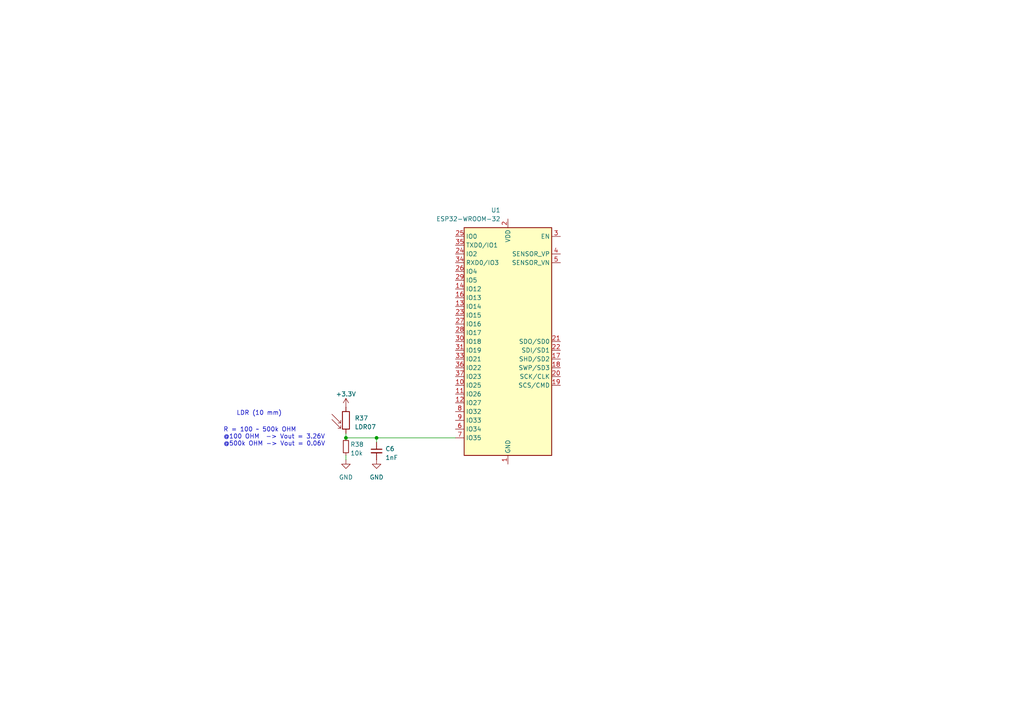
<source format=kicad_sch>
(kicad_sch (version 20250114) (generator "eeschema") (generator_version "9.0")
  (paper "A4")
  (lib_symbols
    (symbol "Device:C_Small" (pin_numbers (hide yes)) (pin_names (offset 0.254) (hide yes))
      (property "Reference" "C" (at 0.254 1.778 0))
      (property "Value" "C_Small" (at 0.254 -2.032 0))
      (symbol "C_Small_0_1"
        (polyline (pts (xy -1.524 0.508) (xy 1.524 0.508)) (stroke (width 0.3048)))
        (polyline (pts (xy -1.524 -0.508) (xy 1.524 -0.508)) (stroke (width 0.3302)))
      )
      (symbol "C_Small_1_1"
        (pin passive line (at 0 2.54 270) (length 2.032) (name "~") (number "1"))
        (pin passive line (at 0 -2.54 90) (length 2.032) (name "~") (number "2"))
      )
    )
    (symbol "Device:R_Small" (pin_numbers (hide yes)) (pin_names (offset 0.254) (hide yes))
      (property "Reference" "R" (at 0.762 0.508 0))
      (property "Value" "R_Small" (at 0.762 -1.016 0))
      (symbol "R_Small_0_1"
        (rectangle (start -0.762 1.778) (end 0.762 -1.778) (stroke (width 0.2032)))
      )
      (symbol "R_Small_1_1"
        (pin passive line (at 0 2.54 270) (length 0.762) (name "~") (number "1"))
        (pin passive line (at 0 -2.54 90) (length 0.762) (name "~") (number "2"))
      )
    )
    (symbol "RF_Module:ESP32-WROOM-32"
      (property "Reference" "U" (at -12.7 34.29 0))
      (property "Value" "ESP32-WROOM-32" (at 1.27 34.29 0))
      (symbol "ESP32-WROOM-32_0_1"
        (rectangle (start -12.7 33.02) (end 12.7 -33.02) (stroke (width 0.254)) (fill (type background)))
      )
      (symbol "ESP32-WROOM-32_1_1"
        (pin input line (at -15.24 30.48 0) (length 2.54) (name "EN") (number "3"))
        (pin input line (at -15.24 25.4 0) (length 2.54) (name "SENSOR_VP") (number "4"))
        (pin input line (at -15.24 22.86 0) (length 2.54) (name "SENSOR_VN") (number "5"))
        (pin bidirectional line (at -15.24 0 0) (length 2.54) (name "SDO/SD0") (number "21"))
        (pin bidirectional line (at -15.24 -2.54 0) (length 2.54) (name "SDI/SD1") (number "22"))
        (pin bidirectional line (at -15.24 -5.08 0) (length 2.54) (name "SHD/SD2") (number "17"))
        (pin bidirectional line (at -15.24 -7.62 0) (length 2.54) (name "SWP/SD3") (number "18"))
        (pin bidirectional line (at -15.24 -10.16 0) (length 2.54) (name "SCK/CLK") (number "20"))
        (pin bidirectional line (at -15.24 -12.7 0) (length 2.54) (name "SCS/CMD") (number "19"))
        (pin no_connect line (at -12.7 -27.94 0) (length 2.54) (hide yes) (name "NC") (number "32"))
        (pin power_in line (at 0 35.56 270) (length 2.54) (name "VDD") (number "2"))
        (pin power_in line (at 0 -35.56 90) (length 2.54) (name "GND") (number "1"))
        (pin passive line (at 0 -35.56 90) (length 2.54) (hide yes) (name "GND") (number "15"))
        (pin passive line (at 0 -35.56 90) (length 2.54) (hide yes) (name "GND") (number "38"))
        (pin passive line (at 0 -35.56 90) (length 2.54) (hide yes) (name "GND") (number "39"))
        (pin bidirectional line (at 15.24 30.48 180) (length 2.54) (name "IO0") (number "25"))
        (pin bidirectional line (at 15.24 27.94 180) (length 2.54) (name "TXD0/IO1") (number "35"))
        (pin bidirectional line (at 15.24 25.4 180) (length 2.54) (name "IO2") (number "24"))
        (pin bidirectional line (at 15.24 22.86 180) (length 2.54) (name "RXD0/IO3") (number "34"))
        (pin bidirectional line (at 15.24 20.32 180) (length 2.54) (name "IO4") (number "26"))
        (pin bidirectional line (at 15.24 17.78 180) (length 2.54) (name "IO5") (number "29"))
        (pin bidirectional line (at 15.24 15.24 180) (length 2.54) (name "IO12") (number "14"))
        (pin bidirectional line (at 15.24 12.7 180) (length 2.54) (name "IO13") (number "16"))
        (pin bidirectional line (at 15.24 10.16 180) (length 2.54) (name "IO14") (number "13"))
        (pin bidirectional line (at 15.24 7.62 180) (length 2.54) (name "IO15") (number "23"))
        (pin bidirectional line (at 15.24 5.08 180) (length 2.54) (name "IO16") (number "27"))
        (pin bidirectional line (at 15.24 2.54 180) (length 2.54) (name "IO17") (number "28"))
        (pin bidirectional line (at 15.24 0 180) (length 2.54) (name "IO18") (number "30"))
        (pin bidirectional line (at 15.24 -2.54 180) (length 2.54) (name "IO19") (number "31"))
        (pin bidirectional line (at 15.24 -5.08 180) (length 2.54) (name "IO21") (number "33"))
        (pin bidirectional line (at 15.24 -7.62 180) (length 2.54) (name "IO22") (number "36"))
        (pin bidirectional line (at 15.24 -10.16 180) (length 2.54) (name "IO23") (number "37"))
        (pin bidirectional line (at 15.24 -12.7 180) (length 2.54) (name "IO25") (number "10"))
        (pin bidirectional line (at 15.24 -15.24 180) (length 2.54) (name "IO26") (number "11"))
        (pin bidirectional line (at 15.24 -17.78 180) (length 2.54) (name "IO27") (number "12"))
        (pin bidirectional line (at 15.24 -20.32 180) (length 2.54) (name "IO32") (number "8"))
        (pin bidirectional line (at 15.24 -22.86 180) (length 2.54) (name "IO33") (number "9"))
        (pin input line (at 15.24 -25.4 180) (length 2.54) (name "IO34") (number "6"))
        (pin input line (at 15.24 -27.94 180) (length 2.54) (name "IO35") (number "7"))
      )
    )
    (symbol "Sensor_Optical:LDR07" (pin_numbers (hide yes)) (pin_names (offset 0))
      (property "Reference" "R" (at -5.08 0 90))
      (property "Value" "LDR07" (at 1.905 0 90))
      (symbol "LDR07_0_1"
        (polyline (pts (xy -1.524 -0.762) (xy -4.064 1.778)))
        (polyline (pts (xy -1.524 -0.762) (xy -2.286 -0.762)))
        (polyline (pts (xy -1.524 -0.762) (xy -1.524 0)))
        (polyline (pts (xy -1.524 -2.286) (xy -4.064 0.254)))
        (polyline (pts (xy -1.524 -2.286) (xy -2.286 -2.286)))
        (polyline (pts (xy -1.524 -2.286) (xy -1.524 -1.524)))
        (rectangle (start -1.016 2.54) (end 1.016 -2.54) (stroke (width 0.254)))
      )
      (symbol "LDR07_1_1"
        (pin passive line (at 0 3.81 270) (length 1.27) (name "~") (number "1"))
        (pin passive line (at 0 -3.81 90) (length 1.27) (name "~") (number "2"))
      )
    )
    (symbol "power:+3.3V" (power) (pin_numbers (hide yes)) (pin_names (offset 0) (hide yes))
      (property "Value" "+3.3V" (at 0 3.556 0))
      (symbol "+3.3V_0_1"
        (polyline (pts (xy -0.762 1.27) (xy 0 2.54)))
        (polyline (pts (xy 0 2.54) (xy 0.762 1.27)))
        (polyline (pts (xy 0 0) (xy 0 2.54)))
      )
      (symbol "+3.3V_1_1"
        (pin power_in line (at 0 0 90) (length 0) (name "~") (number "1"))
      )
    )
    (symbol "power:GND" (power) (pin_numbers (hide yes)) (pin_names (offset 0) (hide yes))
      (property "Value" "GND" (at 0 -3.81 0))
      (symbol "GND_0_1"
        (polyline (pts (xy 0 0) (xy 0 -1.27) (xy 1.27 -1.27) (xy 0 -2.54) (xy -1.27 -1.27) (xy 0 -1.27)))
      )
      (symbol "GND_1_1"
        (pin power_in line (at 0 0 270) (length 0) (name "~") (number "1"))
      )
    )
  )
  (text "R = 100 ~ 500k OHM\n@100 OHM  -> Vout = 3.26V\n@500k OHM -> Vout = 0.06V\n" (at 64.77 129.54 0) (effects (font (size 1.27 1.27)) (justify left bottom)))
  (text "LDR (10 mm)" (at 68.58 120.65 0) (effects (font (size 1.27 1.27)) (justify left bottom)))
  (junction (at 109.22 127))
  (junction (at 100.33 127))
  (wire (pts (xy 109.22 127) (xy 109.22 128.27)))
  (wire (pts (xy 100.33 125.73) (xy 100.33 127)))
  (wire (pts (xy 100.33 132.08) (xy 100.33 133.35)))
  (wire (pts (xy 100.33 127) (xy 109.22 127)))
  (wire (pts (xy 109.22 127) (xy 132.08 127)))
  (symbol (lib_id "power:GND") (at 109.22 133.35 0) (unit 1)
    (property "Reference" "#PWR04" (effects (hide yes)))
    (property "Value" "GND" (at 109.22 138.43 0))
  )
  (symbol (lib_id "RF_Module:ESP32-WROOM-32") (at 147.32 99.06 0) (mirror y) (unit 1)
    (property "Reference" "U1" (at 145.1767 60.96 0) (effects (justify left)))
    (property "Value" "ESP32-WROOM-32" (at 145.1767 63.5 0) (effects (justify left)))
    (property "Footprint" "RF_Module:ESP32-WROOM-32" (effects (hide yes)))
    (property "Datasheet" "https://www.espressif.com/sites/default/files/documentation/esp32-wroom-32_datasheet_en.pdf" (effects (hide yes)))
    (property "Description" "RF Module, ESP32-D0WDQ6 SoC, Wi-Fi 802.11b/g/n, Bluetooth, BLE, 32-bit, 2.7-3.6V, onboard antenna, SMD" (effects (hide yes)))
  )
  (symbol (lib_id "Device:C_Small") (at 109.22 130.81 0) (unit 1)
    (property "Reference" "C6" (at 111.76 130.1813 0) (effects (justify left)))
    (property "Value" "1nF" (at 111.76 132.7213 0) (effects (justify left)))
    (property "Footprint" "Capacitor_SMD:C_0603_1608Metric" (effects (hide yes)))
  )
  (symbol (lib_id "Sensor_Optical:LDR07") (at 100.33 121.92 0) (unit 1)
    (property "Reference" "R37" (at 102.87 121.285 0) (effects (justify left)))
    (property "Value" "LDR07" (at 102.87 123.825 0) (effects (justify left)))
    (property "Footprint" "OptoDevice:R_LDR_5.1x4.3mm_P3.4mm_Vertical" (effects (hide yes)))
    (property "Datasheet" "http://www.tme.eu/de/Document/f2e3ad76a925811312d226c31da4cd7e/LDR07.pdf" (effects (hide yes)))
  )
  (symbol (lib_id "Device:R_Small") (at 100.33 129.54 180) (unit 1)
    (property "Reference" "R38" (at 101.6 128.905 0) (effects (justify right)))
    (property "Value" "10k" (at 101.6 131.445 0) (effects (justify right)))
    (property "Footprint" "Resistor_SMD:R_0603_1608Metric" (effects (hide yes)))
  )
  (symbol (lib_id "power:GND") (at 100.33 133.35 0) (unit 1)
    (property "Reference" "#PWR042" (effects (hide yes)))
    (property "Value" "GND" (at 100.33 138.43 0))
  )
  (symbol (lib_id "power:+3.3V") (at 100.33 118.11 0) (unit 1)
    (property "Reference" "#PWR041" (effects (hide yes)))
    (property "Value" "+3.3V" (at 100.33 114.3 0))
  )
)
</source>
